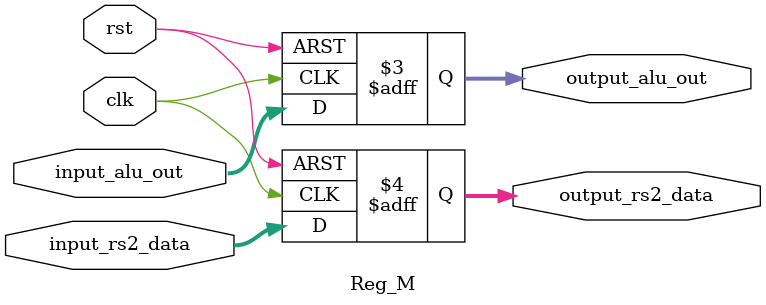
<source format=v>
module Reg_M(
	input clk,
	input rst,
	input [31:0] input_rs2_data,
	input [31:0] input_alu_out,
	output reg [31:0] output_rs2_data,
	output reg [31:0] output_alu_out
);

always @(posedge clk or posedge rst)
begin
	if(rst)
		output_rs2_data <= 32'd0;
	else
		output_rs2_data <= input_rs2_data;
end

always @(posedge clk or posedge rst)
begin
	if(rst)
		output_alu_out <= 32'd0;
	else
		output_alu_out <= input_alu_out;
end

endmodule
</source>
